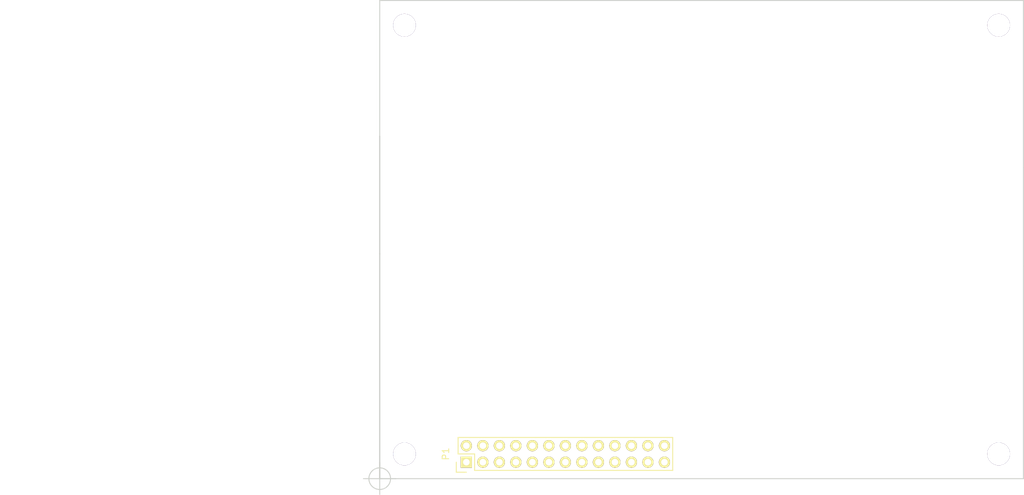
<source format=kicad_pcb>
(kicad_pcb (version 20221018) (generator pcbnew)
  (layers (0 "F.Cu" signal) (31 "B.Cu" signal) (34 "B.Paste" user) (35 "F.Paste" user) (36 "B.SilkS" user "B.Silkscreen") (37 "F.SilkS" user "F.Silkscreen") (38 "B.Mask" user) (39 "F.Mask" user) (44 "Edge.Cuts" user))
  (net 0 "")
  (net 1 "GND")
  (net 2 "+5V")
  (net 3 "+3V3")
  (net 4 "GPIO_SPI_CS#")
  (net 5 "GPIO_UART1_TXD")
  (net 6 "GPIO_SPI_MISO")
  (net 7 "GPIO_UART1_RXD")
  (net 8 "GPIO_SPI_MOSI")
  (net 9 "GPIO_UART1_CTS")
  (net 10 "GPIO_SPI_CLK")
  (net 11 "GPIO_UART1_RTS")
  (net 12 "GPIO_I2C_SCL")
  (net 13 "GPIO_I2S_CLK")
  (net 14 "GPIO_I2C_SDA")
  (net 15 "GPIO_I2S_FRM")
  (net 16 "GPIO_UART2_TXD")
  (net 17 "GPIO_I2S_DO")
  (net 18 "GPIO_UART2_RXD")
  (net 19 "GPIO_I2S_DI")
  (net 20 "GPIO_S5_0")
  (net 21 "GPIO_PWM0")
  (net 22 "GPIO_S5_1")
  (net 23 "GPIO_PWM1")
  (net 24 "GPIO_S5_2")
  (net 25 "I2SMCLK_GPIO")
  (footprint "Pin_Headers:Pin_Header_Straight_2x13" (layer "F.Cu") (at 109.855 142.24 90)
    (fp_text reference "P1" (at 1.27 -3.175 90) (layer "F.SilkS"))
    (fp_text value "CONN_02X13" hide)
    (fp_line (start -1.55 -1.55) (end -1.55 0) (stroke (width 0.15)) (layer "F.SilkS"))
    (fp_line (start -1.27 1.27) (end -1.27 31.75) (stroke (width 0.15)) (layer "F.SilkS"))
    (fp_line (start 0 -1.55) (end -1.55 -1.55) (stroke (width 0.15)) (layer "F.SilkS"))
    (fp_line (start 1.27 -1.27) (end 1.27 1.27) (stroke (width 0.15)) (layer "F.SilkS"))
    (fp_line (start 1.27 1.27) (end -1.27 1.27) (stroke (width 0.15)) (layer "F.SilkS"))
    (fp_line (start 3.81 -1.27) (end 1.27 -1.27) (stroke (width 0.15)) (layer "F.SilkS"))
    (fp_line (start 3.81 -1.27) (end 3.81 31.75) (stroke (width 0.15)) (layer "F.SilkS"))
    (fp_line (start 3.81 31.75) (end -1.27 31.75) (stroke (width 0.15)) (layer "F.SilkS"))
    (pad "1" thru_hole rect locked (at 0 0 90) (size 1.7272 1.7272) (drill 1.016) (layers "*.Cu" "*.Mask" "F.SilkS") (net 1 "GND"))
    (pad "2" thru_hole oval locked (at 2.54 0 90) (size 1.7272 1.7272) (drill 1.016) (layers "*.Cu" "*.Mask" "F.SilkS") (net 1 "GND"))
    (pad "3" thru_hole oval locked (at 0 2.54 90) (size 1.7272 1.7272) (drill 1.016) (layers "*.Cu" "*.Mask" "F.SilkS") (net 2 "+5V"))
    (pad "4" thru_hole oval locked (at 2.54 2.54 90) (size 1.7272 1.7272) (drill 1.016) (layers "*.Cu" "*.Mask" "F.SilkS") (net 3 "+3V3"))
    (pad "5" thru_hole oval locked (at 0 5.08 90) (size 1.7272 1.7272) (drill 1.016) (layers "*.Cu" "*.Mask" "F.SilkS") (net 4 "GPIO_SPI_CS#"))
    (pad "6" thru_hole oval locked (at 2.54 5.08 90) (size 1.7272 1.7272) (drill 1.016) (layers "*.Cu" "*.Mask" "F.SilkS") (net 5 "GPIO_UART1_TXD"))
    (pad "7" thru_hole oval locked (at 0 7.62 90) (size 1.7272 1.7272) (drill 1.016) (layers "*.Cu" "*.Mask" "F.SilkS") (net 6 "GPIO_SPI_MISO"))
    (pad "8" thru_hole oval locked (at 2.54 7.62 90) (size 1.7272 1.7272) (drill 1.016) (layers "*.Cu" "*.Mask" "F.SilkS") (net 7 "GPIO_UART1_RXD"))
    (pad "9" thru_hole oval locked (at 0 10.16 90) (size 1.7272 1.7272) (drill 1.016) (layers "*.Cu" "*.Mask" "F.SilkS") (net 8 "GPIO_SPI_MOSI"))
    (pad "10" thru_hole oval locked (at 2.54 10.16 90) (size 1.7272 1.7272) (drill 1.016) (layers "*.Cu" "*.Mask" "F.SilkS") (net 9 "GPIO_UART1_CTS"))
    (pad "11" thru_hole oval locked (at 0 12.7 90) (size 1.7272 1.7272) (drill 1.016) (layers "*.Cu" "*.Mask" "F.SilkS") (net 10 "GPIO_SPI_CLK"))
    (pad "12" thru_hole oval locked (at 2.54 12.7 90) (size 1.7272 1.7272) (drill 1.016) (layers "*.Cu" "*.Mask" "F.SilkS") (net 11 "GPIO_UART1_RTS"))
    (pad "13" thru_hole oval locked (at 0 15.24 90) (size 1.7272 1.7272) (drill 1.016) (layers "*.Cu" "*.Mask" "F.SilkS") (net 12 "GPIO_I2C_SCL"))
    (pad "14" thru_hole oval locked (at 2.54 15.24 90) (size 1.7272 1.7272) (drill 1.016) (layers "*.Cu" "*.Mask" "F.SilkS") (net 13 "GPIO_I2S_CLK"))
    (pad "15" thru_hole oval locked (at 0 17.78 90) (size 1.7272 1.7272) (drill 1.016) (layers "*.Cu" "*.Mask" "F.SilkS") (net 14 "GPIO_I2C_SDA"))
    (pad "16" thru_hole oval locked (at 2.54 17.78 90) (size 1.7272 1.7272) (drill 1.016) (layers "*.Cu" "*.Mask" "F.SilkS") (net 15 "GPIO_I2S_FRM"))
    (pad "17" thru_hole oval locked (at 0 20.32 90) (size 1.7272 1.7272) (drill 1.016) (layers "*.Cu" "*.Mask" "F.SilkS") (net 16 "GPIO_UART2_TXD"))
    (pad "18" thru_hole oval locked (at 2.54 20.32 90) (size 1.7272 1.7272) (drill 1.016) (layers "*.Cu" "*.Mask" "F.SilkS") (net 17 "GPIO_I2S_DO"))
    (pad "19" thru_hole oval locked (at 0 22.86 90) (size 1.7272 1.7272) (drill 1.016) (layers "*.Cu" "*.Mask" "F.SilkS") (net 18 "GPIO_UART2_RXD"))
    (pad "20" thru_hole oval locked (at 2.54 22.86 90) (size 1.7272 1.7272) (drill 1.016) (layers "*.Cu" "*.Mask" "F.SilkS") (net 19 "GPIO_I2S_DI"))
    (pad "21" thru_hole oval locked (at 0 25.4 90) (size 1.7272 1.7272) (drill 1.016) (layers "*.Cu" "*.Mask" "F.SilkS") (net 20 "GPIO_S5_0"))
    (pad "22" thru_hole oval locked (at 2.54 25.4 90) (size 1.7272 1.7272) (drill 1.016) (layers "*.Cu" "*.Mask" "F.SilkS") (net 21 "GPIO_PWM0"))
    (pad "23" thru_hole oval locked (at 0 27.94 90) (size 1.7272 1.7272) (drill 1.016) (layers "*.Cu" "*.Mask" "F.SilkS") (net 22 "GPIO_S5_1"))
    (pad "24" thru_hole oval locked (at 2.54 27.94 90) (size 1.7272 1.7272) (drill 1.016) (layers "*.Cu" "*.Mask" "F.SilkS") (net 23 "GPIO_PWM1"))
    (pad "25" thru_hole oval locked (at 0 30.48 90) (size 1.7272 1.7272) (drill 1.016) (layers "*.Cu" "*.Mask" "F.SilkS") (net 24 "GPIO_S5_2"))
    (pad "26" thru_hole oval locked (at 2.54 30.48 90) (size 1.7272 1.7272) (drill 1.016) (layers "*.Cu" "*.Mask" "F.SilkS") (net 25 "I2SMCLK_GPIO"))
  )
  (footprint "Mounting_Holes:MountingHole_3-5mm" (layer "F.Cu") (at 191.77 140.97)
    (fp_text reference "MK2" hide)
    (fp_text value "Mounting_Hole" hide)
    (pad "" thru_hole circle locked (at 0 0) (size 3.5 3.5) (drill 3.5) (layers))
  )
  (footprint "Mounting_Holes:MountingHole_3-5mm" (layer "F.Cu") (at 100.33 140.97)
    (fp_text reference "MK1" hide)
    (fp_text value "Mounting_Hole" hide)
    (pad "" thru_hole circle locked (at 0 0) (size 3.5 3.5) (drill 3.5) (layers))
  )
  (footprint "Mounting_Holes:MountingHole_3-5mm" (layer "F.Cu") (at 100.33 74.93)
    (fp_text reference "MK4" hide)
    (fp_text value "Mounting_Hole" hide)
    (pad "" thru_hole circle locked (at 0 0) (size 3.5 3.5) (drill 3.5) (layers))
  )
  (footprint "Mounting_Holes:MountingHole_3-5mm" (layer "F.Cu") (at 191.77 74.93)
    (fp_text reference "MK3" hide)
    (fp_text value "Mounting_Hole" hide)
    (pad "" thru_hole circle locked (at 0 0) (size 3.5 3.5) (drill 3.5) (layers))
  )
  (gr_line (start 195.58 96.83) (end 195.58 71.12) (stroke (width 0.15)) (layer "Edge.Cuts"))
  (gr_line (start 96.52 110.15) (end 96.52 144.78) (stroke (width 0.2)) (layer "Edge.Cuts"))
  (gr_line (start 195.58 96.83) (end 195.58 112.02) (stroke (width 0.15)) (layer "Edge.Cuts"))
  (gr_line (start 96.52 71.12) (end 96.52 92.05) (stroke (width 0.15)) (layer "Edge.Cuts"))
  (gr_line (start 195.58 71.12) (end 96.52 71.12) (stroke (width 0.15)) (layer "Edge.Cuts"))
  (gr_line (start 96.52 110.15) (end 96.52 92.05) (stroke (width 0.2)) (layer "Edge.Cuts"))
  (gr_line (start 96.52 144.78) (end 195.58 144.78) (stroke (width 0.15)) (layer "Edge.Cuts"))
  (gr_line (start 195.58 144.78) (end 195.58 112.02) (stroke (width 0.15)) (layer "Edge.Cuts"))
  (target plus (at 96.52 144.78) (size 5) (width 0.15) (layer "Edge.Cuts"))
)
</source>
